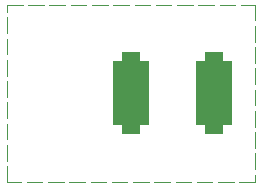
<source format=gbr>
%TF.GenerationSoftware,KiCad,Pcbnew,7.0.7*%
%TF.CreationDate,2023-09-16T22:54:16+02:00*%
%TF.ProjectId,AstroDebugMotor,41737472-6f44-4656-9275-674d6f746f72,01*%
%TF.SameCoordinates,Original*%
%TF.FileFunction,Legend,Bot*%
%TF.FilePolarity,Positive*%
%FSLAX46Y46*%
G04 Gerber Fmt 4.6, Leading zero omitted, Abs format (unit mm)*
G04 Created by KiCad (PCBNEW 7.0.7) date 2023-09-16 22:54:16*
%MOMM*%
%LPD*%
G01*
G04 APERTURE LIST*
G04 Aperture macros list*
%AMRoundRect*
0 Rectangle with rounded corners*
0 $1 Rounding radius*
0 $2 $3 $4 $5 $6 $7 $8 $9 X,Y pos of 4 corners*
0 Add a 4 corners polygon primitive as box body*
4,1,4,$2,$3,$4,$5,$6,$7,$8,$9,$2,$3,0*
0 Add four circle primitives for the rounded corners*
1,1,$1+$1,$2,$3*
1,1,$1+$1,$4,$5*
1,1,$1+$1,$6,$7*
1,1,$1+$1,$8,$9*
0 Add four rect primitives between the rounded corners*
20,1,$1+$1,$2,$3,$4,$5,0*
20,1,$1+$1,$4,$5,$6,$7,0*
20,1,$1+$1,$6,$7,$8,$9,0*
20,1,$1+$1,$8,$9,$2,$3,0*%
G04 Aperture macros list end*
%ADD10C,0.120000*%
%ADD11R,1.700000X1.700000*%
%ADD12O,1.700000X1.700000*%
%ADD13RoundRect,0.750000X0.750000X2.750000X-0.750000X2.750000X-0.750000X-2.750000X0.750000X-2.750000X0*%
%ADD14R,3.200000X3.200000*%
%ADD15O,3.200000X3.200000*%
%ADD16R,1.600000X1.600000*%
%ADD17C,1.600000*%
%ADD18R,1.500000X2.500000*%
%ADD19O,1.500000X2.500000*%
%ADD20C,3.000000*%
%ADD21C,2.700000*%
%ADD22C,1.524000*%
%ADD23R,3.500000X3.500000*%
%ADD24RoundRect,0.750000X0.750000X1.000000X-0.750000X1.000000X-0.750000X-1.000000X0.750000X-1.000000X0*%
%ADD25RoundRect,0.875000X0.875000X0.875000X-0.875000X0.875000X-0.875000X-0.875000X0.875000X-0.875000X0*%
%ADD26C,4.000000*%
G04 APERTURE END LIST*
D10*
%TO.C,SW1*%
X254500000Y-137500000D02*
X253180000Y-137500000D01*
X252700000Y-137500000D02*
X251380000Y-137500000D01*
X250900000Y-137500000D02*
X249580000Y-137500000D01*
X249100000Y-137500000D02*
X247780000Y-137500000D01*
X247300000Y-137500000D02*
X245980000Y-137500000D01*
X245500000Y-137500000D02*
X244180000Y-137500000D01*
X243700000Y-137500000D02*
X242380000Y-137500000D01*
X241900000Y-137500000D02*
X240580000Y-137500000D01*
X240100000Y-137500000D02*
X238780000Y-137500000D01*
X238300000Y-137500000D02*
X236980000Y-137500000D01*
X236500000Y-137500000D02*
X235180000Y-137500000D01*
X234700000Y-137500000D02*
X233500000Y-137500000D01*
X233500000Y-137500000D02*
X233500000Y-136180000D01*
X233500000Y-135700000D02*
X233500000Y-134380000D01*
X233500000Y-133900000D02*
X233500000Y-132580000D01*
X233500000Y-132100000D02*
X233500000Y-130780000D01*
X233500000Y-130300000D02*
X233500000Y-128980000D01*
X233500000Y-128500000D02*
X233500000Y-127180000D01*
X233500000Y-126700000D02*
X233500000Y-125380000D01*
X233500000Y-124900000D02*
X233500000Y-123580000D01*
X233500000Y-123100000D02*
X233500000Y-122500000D01*
X233500000Y-122500000D02*
X234820000Y-122500000D01*
X235300000Y-122500000D02*
X236620000Y-122500000D01*
X237100000Y-122500000D02*
X238420000Y-122500000D01*
X238900000Y-122500000D02*
X240220000Y-122500000D01*
X240700000Y-122500000D02*
X242020000Y-122500000D01*
X242500000Y-122500000D02*
X243820000Y-122500000D01*
X244300000Y-122500000D02*
X245620000Y-122500000D01*
X246100000Y-122500000D02*
X247420000Y-122500000D01*
X247900000Y-122500000D02*
X249220000Y-122500000D01*
X249700000Y-122500000D02*
X251020000Y-122500000D01*
X251500000Y-122500000D02*
X252820000Y-122500000D01*
X253300000Y-122500000D02*
X254500000Y-122500000D01*
X254500000Y-122500000D02*
X254500000Y-123820000D01*
X254500000Y-124300000D02*
X254500000Y-125620000D01*
X254500000Y-126100000D02*
X254500000Y-127420000D01*
X254500000Y-127900000D02*
X254500000Y-129220000D01*
X254500000Y-129700000D02*
X254500000Y-131020000D01*
X254500000Y-131500000D02*
X254500000Y-132820000D01*
X254500000Y-133300000D02*
X254500000Y-134620000D01*
X254500000Y-135100000D02*
X254500000Y-136420000D01*
X254500000Y-136900000D02*
X254500000Y-137500000D01*
%TD*%
%LPC*%
D11*
%TO.C,J18*%
X166075000Y-151000000D03*
D12*
X163535000Y-151000000D03*
X160995000Y-151000000D03*
X158455000Y-151000000D03*
X155915000Y-151000000D03*
%TD*%
D13*
%TO.C,SW1*%
X251000000Y-130000000D03*
X244000000Y-130000000D03*
%TD*%
D11*
%TO.C,J19*%
X184540000Y-157000000D03*
D12*
X182000000Y-157000000D03*
X179460000Y-157000000D03*
X176920000Y-157000000D03*
%TD*%
D14*
%TO.C,D1*%
X232000000Y-114750000D03*
D15*
X252000000Y-114750000D03*
%TD*%
D16*
%TO.C,X2*%
X133380000Y-123810000D03*
D17*
X148620000Y-123810000D03*
X148620000Y-116190000D03*
X133380000Y-116190000D03*
%TD*%
D18*
%TO.C,U4*%
X227000000Y-101770000D03*
D19*
X224460000Y-101770000D03*
X221920000Y-101770000D03*
%TD*%
D16*
%TO.C,C4*%
X192347349Y-140000000D03*
D17*
X195847349Y-140000000D03*
%TD*%
D20*
%TO.C,BT1*%
X203625000Y-75025000D03*
X181025000Y-75025000D03*
%TD*%
D11*
%TO.C,J8*%
X41075000Y-151000000D03*
D12*
X38535000Y-151000000D03*
X35995000Y-151000000D03*
X33455000Y-151000000D03*
X30915000Y-151000000D03*
%TD*%
D21*
%TO.C,F1*%
X223000000Y-135750000D03*
D20*
X223000000Y-147000000D03*
X223000000Y-124500000D03*
%TD*%
D16*
%TO.C,X1*%
X74380000Y-122810000D03*
D17*
X89620000Y-122810000D03*
X89620000Y-115190000D03*
X74380000Y-115190000D03*
%TD*%
D11*
%TO.C,J11*%
X101000000Y-151000000D03*
D12*
X98460000Y-151000000D03*
X95920000Y-151000000D03*
X93380000Y-151000000D03*
X90840000Y-151000000D03*
%TD*%
D11*
%TO.C,J4*%
X80800000Y-105725000D03*
D12*
X80800000Y-108265000D03*
X78260000Y-105725000D03*
X78260000Y-108265000D03*
X75720000Y-105725000D03*
X75720000Y-108265000D03*
X73180000Y-105725000D03*
X73180000Y-108265000D03*
%TD*%
D16*
%TO.C,X3*%
X192380000Y-123810000D03*
D17*
X207620000Y-123810000D03*
X207620000Y-116190000D03*
X192380000Y-116190000D03*
%TD*%
D16*
%TO.C,C2*%
X72347349Y-139000000D03*
D17*
X75847349Y-139000000D03*
%TD*%
D11*
%TO.C,J6*%
X41000000Y-157000000D03*
D12*
X38460000Y-157000000D03*
X35920000Y-157000000D03*
X33380000Y-157000000D03*
X30840000Y-157000000D03*
%TD*%
D11*
%TO.C,J9*%
X101000000Y-157000000D03*
D12*
X98460000Y-157000000D03*
X95920000Y-157000000D03*
X93380000Y-157000000D03*
X90840000Y-157000000D03*
%TD*%
D11*
%TO.C,J22*%
X125000000Y-65000000D03*
D12*
X127540000Y-65000000D03*
X125000000Y-67540000D03*
X127540000Y-67540000D03*
%TD*%
D16*
%TO.C,C5*%
X211152651Y-90000000D03*
D17*
X207652651Y-90000000D03*
%TD*%
D22*
%TO.C,U7*%
X138795000Y-94262500D03*
X138795000Y-91722500D03*
X138795000Y-89182500D03*
X138795000Y-86642500D03*
X138795000Y-84102500D03*
%TD*%
D11*
%TO.C,J16*%
X166080000Y-157000000D03*
D12*
X163540000Y-157000000D03*
X161000000Y-157000000D03*
X158460000Y-157000000D03*
X155920000Y-157000000D03*
%TD*%
D11*
%TO.C,J7*%
X59000000Y-151000000D03*
D12*
X56460000Y-151000000D03*
X53920000Y-151000000D03*
X51380000Y-151000000D03*
%TD*%
D23*
%TO.C,X1_PWR1*%
X244000000Y-148042500D03*
D24*
X250000000Y-148042500D03*
D25*
X247000000Y-143342500D03*
%TD*%
D18*
%TO.C,U5*%
X227000000Y-89790000D03*
D19*
X224460000Y-89790000D03*
X221920000Y-89790000D03*
%TD*%
D22*
%TO.C,U3*%
X184700000Y-104220000D03*
X182160000Y-104220000D03*
X179620000Y-104220000D03*
X177080000Y-104220000D03*
X174540000Y-104220000D03*
X172000000Y-104220000D03*
X169460000Y-104220000D03*
X166920000Y-104220000D03*
X164380000Y-104220000D03*
X161840000Y-104220000D03*
X159300000Y-104220000D03*
X184700000Y-139780000D03*
X182160000Y-139780000D03*
X179620000Y-139780000D03*
X177080000Y-139780000D03*
X174540000Y-139780000D03*
X172000000Y-139780000D03*
X169460000Y-139780000D03*
X166920000Y-139780000D03*
X164380000Y-139780000D03*
X161840000Y-139780000D03*
X159300000Y-139780000D03*
%TD*%
D11*
%TO.C,J1*%
X59000000Y-157000000D03*
D12*
X56460000Y-157000000D03*
X53920000Y-157000000D03*
X51380000Y-157000000D03*
%TD*%
D11*
%TO.C,J3*%
X211040000Y-152500000D03*
D12*
X208500000Y-152500000D03*
X205960000Y-152500000D03*
X203420000Y-152500000D03*
X200880000Y-152500000D03*
%TD*%
D11*
%TO.C,J14*%
X34000000Y-70540000D03*
D12*
X34000000Y-68000000D03*
X34000000Y-65460000D03*
X34000000Y-62920000D03*
%TD*%
D11*
%TO.C,J23*%
X247500000Y-78380000D03*
D12*
X247500000Y-80920000D03*
X247500000Y-83460000D03*
X247500000Y-86000000D03*
X247500000Y-88540000D03*
%TD*%
D11*
%TO.C,J5*%
X211040000Y-157000000D03*
D12*
X208500000Y-157000000D03*
X205960000Y-157000000D03*
X203420000Y-157000000D03*
X200880000Y-157000000D03*
%TD*%
D11*
%TO.C,J13*%
X119000000Y-151000000D03*
D12*
X116460000Y-151000000D03*
X113920000Y-151000000D03*
X111380000Y-151000000D03*
%TD*%
D11*
%TO.C,J12*%
X119000000Y-157000000D03*
D12*
X116460000Y-157000000D03*
X113920000Y-157000000D03*
X111380000Y-157000000D03*
%TD*%
D11*
%TO.C,J15*%
X41000000Y-70800000D03*
D12*
X41000000Y-68260000D03*
X41000000Y-65720000D03*
X41000000Y-63180000D03*
%TD*%
D22*
%TO.C,U6*%
X138750000Y-63850000D03*
X138750000Y-66390000D03*
X138750000Y-68930000D03*
X138750000Y-71470000D03*
D26*
X138750000Y-57500000D03*
X138750000Y-77820000D03*
X169230000Y-57500000D03*
X169230000Y-77820000D03*
%TD*%
D22*
%TO.C,U2*%
X125540000Y-103440000D03*
X123000000Y-103440000D03*
X120460000Y-103440000D03*
X117920000Y-103440000D03*
X115380000Y-103440000D03*
X112840000Y-103440000D03*
X110300000Y-103440000D03*
X107760000Y-103440000D03*
X105220000Y-103440000D03*
X102680000Y-103440000D03*
X100140000Y-103440000D03*
X125540000Y-139000000D03*
X123000000Y-139000000D03*
X120460000Y-139000000D03*
X117920000Y-139000000D03*
X115380000Y-139000000D03*
X112840000Y-139000000D03*
X110300000Y-139000000D03*
X107760000Y-139000000D03*
X105220000Y-139000000D03*
X102680000Y-139000000D03*
X100140000Y-139000000D03*
%TD*%
%TO.C,U1*%
X66080000Y-103440000D03*
X63540000Y-103440000D03*
X61000000Y-103440000D03*
X58460000Y-103440000D03*
X55920000Y-103440000D03*
X53380000Y-103440000D03*
X50840000Y-103440000D03*
X48300000Y-103440000D03*
X45760000Y-103440000D03*
X43220000Y-103440000D03*
X40680000Y-103440000D03*
X66080000Y-139000000D03*
X63540000Y-139000000D03*
X61000000Y-139000000D03*
X58460000Y-139000000D03*
X55920000Y-139000000D03*
X53380000Y-139000000D03*
X50840000Y-139000000D03*
X48300000Y-139000000D03*
X45760000Y-139000000D03*
X43220000Y-139000000D03*
X40680000Y-139000000D03*
%TD*%
D11*
%TO.C,J21*%
X124725000Y-74725000D03*
D12*
X127265000Y-74725000D03*
X124725000Y-77265000D03*
X127265000Y-77265000D03*
%TD*%
D11*
%TO.C,J20*%
X183800000Y-151000000D03*
D12*
X181260000Y-151000000D03*
X178720000Y-151000000D03*
X176180000Y-151000000D03*
%TD*%
D16*
%TO.C,C1*%
X198152651Y-95000000D03*
D17*
X194652651Y-95000000D03*
%TD*%
D11*
%TO.C,J17*%
X198800000Y-105725000D03*
D12*
X198800000Y-108265000D03*
X196260000Y-105725000D03*
X196260000Y-108265000D03*
X193720000Y-105725000D03*
X193720000Y-108265000D03*
X191180000Y-105725000D03*
X191180000Y-108265000D03*
%TD*%
D11*
%TO.C,J24*%
X252625000Y-78425000D03*
D12*
X252625000Y-80965000D03*
X252625000Y-83505000D03*
X252625000Y-86045000D03*
X252625000Y-88585000D03*
%TD*%
D11*
%TO.C,J10*%
X139540000Y-105725000D03*
D12*
X139540000Y-108265000D03*
X137000000Y-105725000D03*
X137000000Y-108265000D03*
X134460000Y-105725000D03*
X134460000Y-108265000D03*
X131920000Y-105725000D03*
X131920000Y-108265000D03*
%TD*%
D16*
%TO.C,C3*%
X132347349Y-139000000D03*
D17*
X135847349Y-139000000D03*
%TD*%
D11*
%TO.C,J2*%
X56680000Y-71000000D03*
D12*
X56680000Y-68460000D03*
X59220000Y-71000000D03*
X59220000Y-68460000D03*
X61760000Y-71000000D03*
X61760000Y-68460000D03*
X64300000Y-71000000D03*
X64300000Y-68460000D03*
X66840000Y-71000000D03*
X66840000Y-68460000D03*
X69380000Y-71000000D03*
X69380000Y-68460000D03*
X71920000Y-71000000D03*
X71920000Y-68460000D03*
X74460000Y-71000000D03*
X74460000Y-68460000D03*
X77000000Y-71000000D03*
X77000000Y-68460000D03*
X79540000Y-71000000D03*
X79540000Y-68460000D03*
X82080000Y-71000000D03*
X82080000Y-68460000D03*
X84620000Y-71000000D03*
X84620000Y-68460000D03*
X87160000Y-71000000D03*
X87160000Y-68460000D03*
X89700000Y-71000000D03*
X89700000Y-68460000D03*
X92240000Y-71000000D03*
X92240000Y-68460000D03*
X94780000Y-71000000D03*
X94780000Y-68460000D03*
X97320000Y-71000000D03*
X97320000Y-68460000D03*
X99860000Y-71000000D03*
X99860000Y-68460000D03*
X102400000Y-71000000D03*
X102400000Y-68460000D03*
X104940000Y-71000000D03*
X104940000Y-68460000D03*
%TD*%
%LPD*%
M02*

</source>
